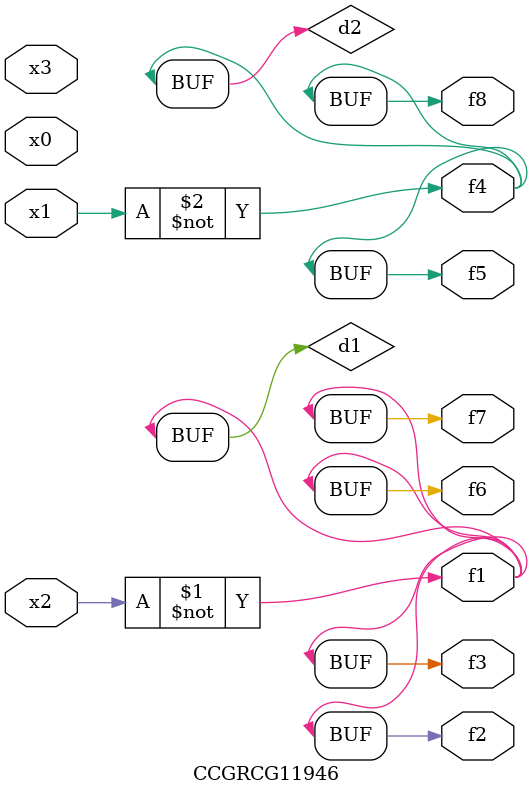
<source format=v>
module CCGRCG11946(
	input x0, x1, x2, x3,
	output f1, f2, f3, f4, f5, f6, f7, f8
);

	wire d1, d2;

	xnor (d1, x2);
	not (d2, x1);
	assign f1 = d1;
	assign f2 = d1;
	assign f3 = d1;
	assign f4 = d2;
	assign f5 = d2;
	assign f6 = d1;
	assign f7 = d1;
	assign f8 = d2;
endmodule

</source>
